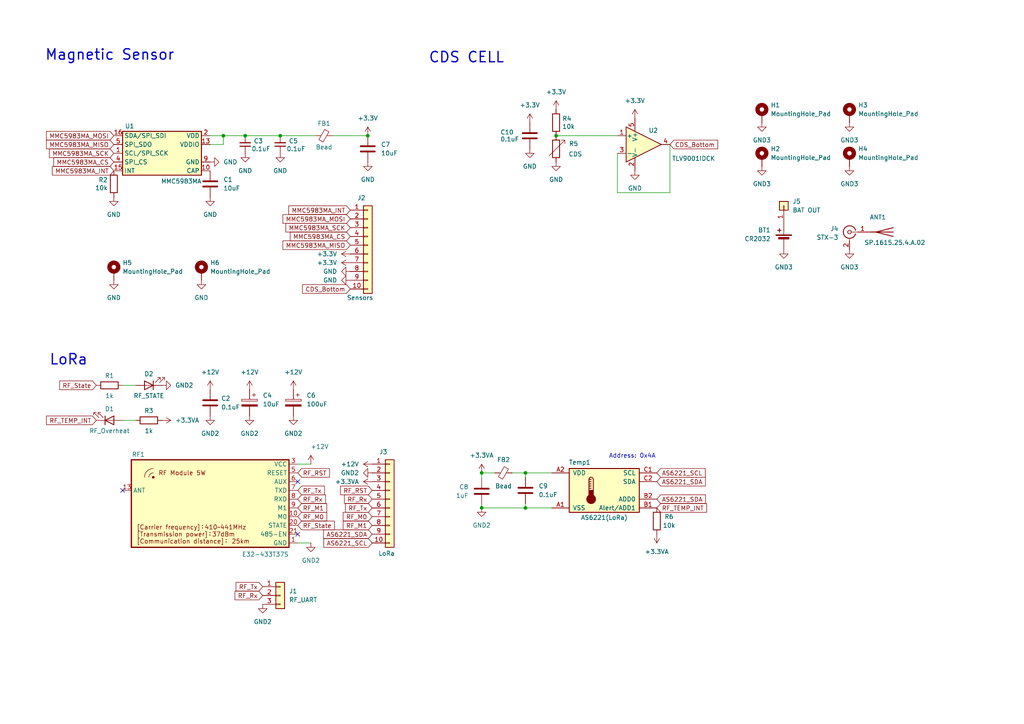
<source format=kicad_sch>
(kicad_sch (version 20250114) (generator "eeschema") (generator_version "9.0")
  (paper "A4")
  (title_block (title "Additional parts") (date "2025-07-06") (rev "1.0") (company "Robotics"))
  (lib_symbols
    (symbol "AS6221_1" (pin_names (offset 1.016))
      (property "Reference" "Temp" (at -7.62 7.62 0))
      (property "Value" "AS6221" (at 0.254 -7.62 0))
      (symbol "AS6221_1_0_1"
        (polyline (pts (xy -4.445 3.175) (xy -4.445 0)) (stroke (width 0.254)))
        (polyline (pts (xy -4.445 3.175) (xy -3.81 3.175)) (stroke (width 0.254)))
        (polyline (pts (xy -4.445 2.54) (xy -3.81 2.54)) (stroke (width 0.254)))
        (polyline (pts (xy -4.445 1.905) (xy -3.81 1.905)) (stroke (width 0.254)))
        (polyline (pts (xy -4.445 1.27) (xy -3.81 1.27)) (stroke (width 0.254)))
        (polyline (pts (xy -4.445 0.635) (xy -3.81 0.635)) (stroke (width 0.254)))
        (arc (start -4.445 3.175) (mid -3.81 3.8073) (end -3.175 3.175) (stroke (width 0.254)))
        (circle (center -3.81 -2.54) (radius 1.27) (stroke (width 0.254)) (fill (type outline)))
        (polyline (pts (xy -3.175 3.175) (xy -3.175 0)) (stroke (width 0.254)))
        (rectangle (start -3.175 -1.905) (end -4.445 0) (stroke (width 0.254)) (fill (type outline)))
      )
      (symbol "AS6221_1_1_1"
        (rectangle (start -10.16 6.35) (end 10.16 -6.35) (stroke (width 0.3)) (fill (type background)))
        (pin power_in line (at -15.24 5.08 0) (length 5.08) (name "VDD") (number "A2"))
        (pin power_in line (at -15.24 -5.08 0) (length 5.08) (name "VSS") (number "A1"))
        (pin input line (at 15.24 5.08 180) (length 5.08) (name "SCL") (number "C1"))
        (pin input line (at 15.24 2.54 180) (length 5.08) (name "SDA") (number "C2"))
        (pin input line (at 15.24 -2.54 180) (length 5.08) (name "ADD0") (number "B2"))
        (pin input line (at 15.24 -5.08 180) (length 5.08) (name "Alert/ADD1") (number "B1"))
      )
    )
    (symbol "Amplifier_Operational:TLV9001IDCK" (pin_names (offset 0.127))
      (property "Reference" "U" (at 7.62 2.54 0))
      (property "Value" "TLV9001IDCK" (at 11.43 -2.54 0))
      (symbol "TLV9001IDCK_0_1"
        (polyline (pts (xy -2.54 5.08) (xy -2.54 -5.08) (xy 7.62 0) (xy -2.54 5.08)) (stroke (width 0.254)) (fill (type background)))
      )
      (symbol "TLV9001IDCK_1_1"
        (pin input line (at -5.08 2.54 0) (length 2.54) (name "+") (number "1"))
        (pin input line (at -5.08 -2.54 0) (length 2.54) (name "-") (number "3"))
        (pin power_in line (at 0 7.62 270) (length 3.81) (name "V+") (number "5"))
        (pin power_in line (at 0 -7.62 90) (length 3.81) (name "V-") (number "2"))
        (pin output line (at 10.16 0 180) (length 2.54) (name "~") (number "4"))
      )
    )
    (symbol "Connector:Conn_Coaxial" (pin_names (offset 1.016) (hide yes))
      (property "Reference" "J" (at 0.254 3.048 0))
      (property "Value" "Conn_Coaxial" (at 2.921 0 90))
      (symbol "Conn_Coaxial_0_1"
        (polyline (pts (xy -2.54 0) (xy -0.508 0)))
        (arc (start 1.778 0) (mid 0.222 -1.8079) (end -1.778 -0.508) (stroke (width 0.254)))
        (arc (start -1.778 0.508) (mid 0.2221 1.8084) (end 1.778 0) (stroke (width 0.254)))
        (circle (center 0 0) (radius 0.508) (stroke (width 0.2032)))
        (polyline (pts (xy 0 -2.54) (xy 0 -1.778)))
      )
      (symbol "Conn_Coaxial_1_1"
        (pin passive line (at -5.08 0 0) (length 2.54) (name "In") (number "1"))
        (pin passive line (at 0 -5.08 90) (length 2.54) (name "Ext") (number "2"))
      )
    )
    (symbol "Connector_Generic:Conn_01x01" (pin_names (offset 1.016) (hide yes))
      (property "Reference" "J" (at 0 2.54 0))
      (property "Value" "Conn_01x01" (at 0 -2.54 0))
      (symbol "Conn_01x01_1_1"
        (rectangle (start -1.27 1.27) (end 1.27 -1.27) (stroke (width 0.254)) (fill (type background)))
        (rectangle (start -1.27 0.127) (end 0 -0.127) (stroke (width 0.1524)))
        (pin passive line (at -5.08 0 0) (length 3.81) (name "Pin_1") (number "1"))
      )
    )
    (symbol "Connector_Generic:Conn_01x03" (pin_names (offset 1.016) (hide yes))
      (property "Reference" "J" (at 0 5.08 0))
      (property "Value" "Conn_01x03" (at 0 -5.08 0))
      (symbol "Conn_01x03_1_1"
        (rectangle (start -1.27 3.81) (end 1.27 -3.81) (stroke (width 0.254)) (fill (type background)))
        (rectangle (start -1.27 2.667) (end 0 2.413) (stroke (width 0.1524)))
        (rectangle (start -1.27 0.127) (end 0 -0.127) (stroke (width 0.1524)))
        (rectangle (start -1.27 -2.413) (end 0 -2.667) (stroke (width 0.1524)))
        (pin passive line (at -5.08 2.54 0) (length 3.81) (name "Pin_1") (number "1"))
        (pin passive line (at -5.08 0 0) (length 3.81) (name "Pin_2") (number "2"))
        (pin passive line (at -5.08 -2.54 0) (length 3.81) (name "Pin_3") (number "3"))
      )
    )
    (symbol "Connector_Generic:Conn_01x10" (pin_names (offset 1.016) (hide yes))
      (property "Reference" "J" (at 0 12.7 0))
      (property "Value" "Conn_01x10" (at 0 -15.24 0))
      (symbol "Conn_01x10_1_1"
        (rectangle (start -1.27 11.43) (end 1.27 -13.97) (stroke (width 0.254)) (fill (type background)))
        (rectangle (start -1.27 10.287) (end 0 10.033) (stroke (width 0.1524)))
        (rectangle (start -1.27 7.747) (end 0 7.493) (stroke (width 0.1524)))
        (rectangle (start -1.27 5.207) (end 0 4.953) (stroke (width 0.1524)))
        (rectangle (start -1.27 2.667) (end 0 2.413) (stroke (width 0.1524)))
        (rectangle (start -1.27 0.127) (end 0 -0.127) (stroke (width 0.1524)))
        (rectangle (start -1.27 -2.413) (end 0 -2.667) (stroke (width 0.1524)))
        (rectangle (start -1.27 -4.953) (end 0 -5.207) (stroke (width 0.1524)))
        (rectangle (start -1.27 -7.493) (end 0 -7.747) (stroke (width 0.1524)))
        (rectangle (start -1.27 -10.033) (end 0 -10.287) (stroke (width 0.1524)))
        (rectangle (start -1.27 -12.573) (end 0 -12.827) (stroke (width 0.1524)))
        (pin passive line (at -5.08 10.16 0) (length 3.81) (name "Pin_1") (number "1"))
        (pin passive line (at -5.08 7.62 0) (length 3.81) (name "Pin_2") (number "2"))
        (pin passive line (at -5.08 5.08 0) (length 3.81) (name "Pin_3") (number "3"))
        (pin passive line (at -5.08 2.54 0) (length 3.81) (name "Pin_4") (number "4"))
        (pin passive line (at -5.08 0 0) (length 3.81) (name "Pin_5") (number "5"))
        (pin passive line (at -5.08 -2.54 0) (length 3.81) (name "Pin_6") (number "6"))
        (pin passive line (at -5.08 -5.08 0) (length 3.81) (name "Pin_7") (number "7"))
        (pin passive line (at -5.08 -7.62 0) (length 3.81) (name "Pin_8") (number "8"))
        (pin passive line (at -5.08 -10.16 0) (length 3.81) (name "Pin_9") (number "9"))
        (pin passive line (at -5.08 -12.7 0) (length 3.81) (name "Pin_10") (number "10"))
      )
    )
    (symbol "Device:Antenna" (pin_numbers (hide yes)) (pin_names (offset 1.016) (hide yes))
      (property "Reference" "AE" (at -1.905 1.905 0))
      (property "Value" "Antenna" (at -1.905 0 0))
      (symbol "Antenna_0_1"
        (polyline (pts (xy 0 2.54) (xy 0 -3.81)) (stroke (width 0.254)))
        (polyline (pts (xy 1.27 2.54) (xy 0 -2.54) (xy -1.27 2.54)) (stroke (width 0.254)))
      )
      (symbol "Antenna_1_1"
        (pin input line (at 0 -5.08 90) (length 2.54) (name "A") (number "1"))
      )
    )
    (symbol "Device:Battery_Cell" (pin_numbers (hide yes)) (pin_names (offset 0) (hide yes))
      (property "Reference" "BT" (at 2.54 2.54 0))
      (property "Value" "Battery_Cell" (at 2.54 0 0))
      (symbol "Battery_Cell_0_1"
        (rectangle (start -2.286 1.778) (end 2.286 1.524) (fill (type outline)))
        (rectangle (start -1.524 1.016) (end 1.524 0.508) (fill (type outline)))
        (polyline (pts (xy 0 1.778) (xy 0 2.54)))
        (polyline (pts (xy 0 0.762) (xy 0 0)))
        (polyline (pts (xy 0.762 3.048) (xy 1.778 3.048)) (stroke (width 0.254)))
        (polyline (pts (xy 1.27 3.556) (xy 1.27 2.54)) (stroke (width 0.254)))
      )
      (symbol "Battery_Cell_1_1"
        (pin passive line (at 0 5.08 270) (length 2.54) (name "+") (number "1"))
        (pin passive line (at 0 -2.54 90) (length 2.54) (name "-") (number "2"))
      )
    )
    (symbol "Device:C" (pin_numbers (hide yes)) (pin_names (offset 0.254))
      (property "Reference" "C" (at 0.635 2.54 0))
      (property "Value" "C" (at 0.635 -2.54 0))
      (symbol "C_0_1"
        (polyline (pts (xy -2.032 0.762) (xy 2.032 0.762)) (stroke (width 0.508)))
        (polyline (pts (xy -2.032 -0.762) (xy 2.032 -0.762)) (stroke (width 0.508)))
      )
      (symbol "C_1_1"
        (pin passive line (at 0 3.81 270) (length 2.794) (name "~") (number "1"))
        (pin passive line (at 0 -3.81 90) (length 2.794) (name "~") (number "2"))
      )
    )
    (symbol "Device:C_Polarized" (pin_numbers (hide yes)) (pin_names (offset 0.254))
      (property "Reference" "C" (at 0.635 2.54 0))
      (property "Value" "C_Polarized" (at 0.635 -2.54 0))
      (symbol "C_Polarized_0_1"
        (rectangle (start -2.286 0.508) (end 2.286 1.016))
        (polyline (pts (xy -1.778 2.286) (xy -0.762 2.286)))
        (polyline (pts (xy -1.27 2.794) (xy -1.27 1.778)))
        (rectangle (start 2.286 -0.508) (end -2.286 -1.016) (fill (type outline)))
      )
      (symbol "C_Polarized_1_1"
        (pin passive line (at 0 3.81 270) (length 2.794) (name "~") (number "1"))
        (pin passive line (at 0 -3.81 90) (length 2.794) (name "~") (number "2"))
      )
    )
    (symbol "Device:C_Small" (pin_numbers (hide yes)) (pin_names (offset 0.254) (hide yes))
      (property "Reference" "C" (at 0.254 1.778 0))
      (property "Value" "C_Small" (at 0.254 -2.032 0))
      (symbol "C_Small_0_1"
        (polyline (pts (xy -1.524 0.508) (xy 1.524 0.508)) (stroke (width 0.3048)))
        (polyline (pts (xy -1.524 -0.508) (xy 1.524 -0.508)) (stroke (width 0.3302)))
      )
      (symbol "C_Small_1_1"
        (pin passive line (at 0 2.54 270) (length 2.032) (name "~") (number "1"))
        (pin passive line (at 0 -2.54 90) (length 2.032) (name "~") (number "2"))
      )
    )
    (symbol "Device:FerriteBead_Small" (pin_numbers (hide yes)) (pin_names (offset 0))
      (property "Reference" "FB" (at 1.905 1.27 0))
      (property "Value" "FerriteBead_Small" (at 1.905 -1.27 0))
      (symbol "FerriteBead_Small_0_1"
        (polyline (pts (xy -1.8288 0.2794) (xy -1.1176 1.4986) (xy 1.8288 -0.2032) (xy 1.1176 -1.4224) (xy -1.8288 0.2794)))
        (polyline (pts (xy 0 0.889) (xy 0 1.2954)))
        (polyline (pts (xy 0 -1.27) (xy 0 -0.7874)))
      )
      (symbol "FerriteBead_Small_1_1"
        (pin passive line (at 0 2.54 270) (length 1.27) (name "~") (number "1"))
        (pin passive line (at 0 -2.54 90) (length 1.27) (name "~") (number "2"))
      )
    )
    (symbol "Device:LED" (pin_numbers (hide yes)) (pin_names (offset 1.016) (hide yes))
      (property "Reference" "D" (at 0 2.54 0))
      (property "Value" "LED" (at 0 -2.54 0))
      (symbol "LED_0_1"
        (polyline (pts (xy -3.048 -0.762) (xy -4.572 -2.286) (xy -3.81 -2.286) (xy -4.572 -2.286) (xy -4.572 -1.524)))
        (polyline (pts (xy -1.778 -0.762) (xy -3.302 -2.286) (xy -2.54 -2.286) (xy -3.302 -2.286) (xy -3.302 -1.524)))
        (polyline (pts (xy -1.27 0) (xy 1.27 0)))
        (polyline (pts (xy -1.27 -1.27) (xy -1.27 1.27)) (stroke (width 0.254)))
        (polyline (pts (xy 1.27 -1.27) (xy 1.27 1.27) (xy -1.27 0) (xy 1.27 -1.27)) (stroke (width 0.254)))
      )
      (symbol "LED_1_1"
        (pin passive line (at -3.81 0 0) (length 2.54) (name "K") (number "1"))
        (pin passive line (at 3.81 0 180) (length 2.54) (name "A") (number "2"))
      )
    )
    (symbol "Device:R" (pin_numbers (hide yes)) (pin_names (offset 0))
      (property "Reference" "R" (at 2.032 0 90))
      (property "Value" "R" (at 0 0 90))
      (symbol "R_0_1"
        (rectangle (start -1.016 -2.54) (end 1.016 2.54) (stroke (width 0.254)))
      )
      (symbol "R_1_1"
        (pin passive line (at 0 3.81 270) (length 1.27) (name "~") (number "1"))
        (pin passive line (at 0 -3.81 90) (length 1.27) (name "~") (number "2"))
      )
    )
    (symbol "Device:R_Variable" (pin_numbers (hide yes)) (pin_names (offset 0))
      (property "Reference" "R" (at 2.54 -2.54 90))
      (property "Value" "R_Variable" (at -2.54 -1.27 90))
      (symbol "R_Variable_0_1"
        (rectangle (start -1.016 -2.54) (end 1.016 2.54) (stroke (width 0.254)))
        (polyline (pts (xy 2.54 1.524) (xy 2.54 2.54) (xy 1.524 2.54) (xy 2.54 2.54) (xy -2.032 -2.032)))
      )
      (symbol "R_Variable_1_1"
        (pin passive line (at 0 3.81 270) (length 1.27) (name "~") (number "1"))
        (pin passive line (at 0 -3.81 90) (length 1.27) (name "~") (number "2"))
      )
    )
    (symbol "MY_RF:E32-433T37S"
      (property "Reference" "RF" (at -46.99 17.78 0))
      (property "Value" "E32-433T37S" (at -9.652 -10.668 0))
      (symbol "E32-433T37S_1_1"
        (rectangle (start -48.26 16.51) (end -2.54 -8.89) (stroke (width 0.381)) (fill (type background)))
        (arc (start -44.45 11.43) (mid -43.7061 13.2261) (end -41.91 13.97))
        (circle (center -41.91 11.43) (radius 0.0001) (stroke (width 0.381)))
        (arc (start -43.18 11.43) (mid -42.808 12.328) (end -41.91 12.7))
        (text "[Carrier frequency]：410~441MHz\n[Transmission power]：37dBm\n[Communication distance]： 25km" (at -46.736 -5.08 0) (effects (font (size 1.27 1.27)) (justify left)))
        (text "RF Module 5W" (at -33.528 12.7 0) (effects (font (size 1.27 1.27))))
        (pin input line (at -50.8 7.62 0) (length 2.54) (name "ANT") (number "13"))
        (pin no_connect line (at -45.72 -11.43 90) (length 2.54) (hide yes) (name "NC") (number "22"))
        (pin no_connect line (at -43.18 -11.43 90) (length 2.54) (hide yes) (name "NC") (number "23"))
        (pin no_connect line (at -40.64 -11.43 90) (length 2.54) (hide yes) (name "NC") (number "24"))
        (pin no_connect line (at -30.48 -11.43 90) (length 2.54) (hide yes) (name "3.3V") (number "28"))
        (pin no_connect line (at -27.94 -11.43 90) (length 2.54) (hide yes) (name "SWDIO") (number "25"))
        (pin no_connect line (at -25.4 -11.43 90) (length 2.54) (hide yes) (name "SWCLK") (number "26"))
        (pin input line (at 0 15.24 180) (length 2.54) (name "VCC") (number "3"))
        (pin input line (at 0 15.24 180) (length 2.54) (hide yes) (name "VCC") (number "4"))
        (pin input line (at 0 12.7 180) (length 2.54) (name "RESET") (number "5"))
        (pin input line (at 0 10.16 180) (length 2.54) (name "AUX") (number "6"))
        (pin input line (at 0 7.62 180) (length 2.54) (name "TXD") (number "7"))
        (pin input line (at 0 5.08 180) (length 2.54) (name "RXD") (number "8"))
        (pin input line (at 0 2.54 180) (length 2.54) (name "M1") (number "9"))
        (pin input line (at 0 0 180) (length 2.54) (name "M0") (number "10"))
        (pin input line (at 0 -2.54 180) (length 2.54) (name "STATE") (number "20"))
        (pin input line (at 0 -5.08 180) (length 2.54) (name "485-EN") (number "21"))
        (pin input line (at 0 -7.62 180) (length 2.54) (name "GND") (number "1"))
        (pin input line (at 0 -7.62 180) (length 2.54) (hide yes) (name "GND") (number "11"))
        (pin input line (at 0 -7.62 180) (length 2.54) (hide yes) (name "GND") (number "12"))
        (pin input line (at 0 -7.62 180) (length 2.54) (hide yes) (name "GND") (number "14"))
        (pin input line (at 0 -7.62 180) (length 2.54) (hide yes) (name "GND") (number "15"))
        (pin input line (at 0 -7.62 180) (length 2.54) (hide yes) (name "GND") (number "16"))
        (pin input line (at 0 -7.62 180) (length 2.54) (hide yes) (name "GND") (number "17"))
        (pin input line (at 0 -7.62 180) (length 2.54) (hide yes) (name "GND") (number "18"))
        (pin input line (at 0 -7.62 180) (length 2.54) (hide yes) (name "GND") (number "19"))
        (pin input line (at 0 -7.62 180) (length 2.54) (hide yes) (name "GND") (number "2"))
        (pin input line (at 0 -7.62 180) (length 2.54) (hide yes) (name "GND") (number "27"))
      )
    )
    (symbol "MY_Sensor:MMC5983MA"
      (property "Reference" "U" (at 3.556 2.794 0))
      (property "Value" "MMC5983MA" (at 19.558 -12.954 0))
      (symbol "MMC5983MA_1_1"
        (rectangle (start 2.54 1.27) (end 25.4 -11.43) (stroke (width 0.3)) (fill (type background)))
        (pin input line (at -13.97 -13.97 0) (length 2.54) (hide yes) (name "N.C") (number "3"))
        (pin input line (at -13.97 -16.51 0) (length 2.54) (hide yes) (name "N.C") (number "6"))
        (pin input line (at -13.97 -19.05 0) (length 2.54) (hide yes) (name "N.C") (number "7"))
        (pin input line (at -13.97 -21.59 0) (length 2.54) (hide yes) (name "N.C") (number "8"))
        (pin input line (at -13.97 -24.13 0) (length 2.54) (hide yes) (name "N.C") (number "12"))
        (pin input line (at -13.97 -26.67 0) (length 2.54) (hide yes) (name "N.C") (number "14"))
        (pin input line (at 0 0 0) (length 2.54) (name "SDA/SPI_SDI") (number "16"))
        (pin input line (at 0 -2.54 0) (length 2.54) (name "SPI_SDO") (number "5"))
        (pin input line (at 0 -5.08 0) (length 2.54) (name "SCL/SPI_SCK") (number "1"))
        (pin input line (at 0 -7.62 0) (length 2.54) (name "SPI_CS") (number "4"))
        (pin input line (at 0 -10.16 0) (length 2.54) (name "INT") (number "15"))
        (pin input line (at 27.94 0 180) (length 2.54) (name "VDD") (number "2"))
        (pin input line (at 27.94 -2.54 180) (length 2.54) (name "VDDIO") (number "13"))
        (pin input line (at 27.94 -7.62 180) (length 2.54) (hide yes) (name "GND") (number "11"))
        (pin input line (at 27.94 -7.62 180) (length 2.54) (name "GND") (number "9"))
        (pin input line (at 27.94 -10.16 180) (length 2.54) (name "CAP") (number "10"))
      )
    )
    (symbol "Mechanical:MountingHole_Pad" (pin_numbers (hide yes)) (pin_names (offset 1.016) (hide yes)) (exclude_from_sim yes) (in_bom no)
      (property "Reference" "H" (at 0 6.35 0))
      (property "Value" "MountingHole_Pad" (at 0 4.445 0))
      (symbol "MountingHole_Pad_0_1"
        (circle (center 0 1.27) (radius 1.27) (stroke (width 1.27)))
      )
      (symbol "MountingHole_Pad_1_1"
        (pin input line (at 0 -2.54 90) (length 2.54) (name "1") (number "1"))
      )
    )
    (symbol "power:+12V" (power) (pin_numbers (hide yes)) (pin_names (offset 0) (hide yes))
      (property "Value" "+12V" (at 0 3.556 0))
      (symbol "+12V_0_1"
        (polyline (pts (xy -0.762 1.27) (xy 0 2.54)))
        (polyline (pts (xy 0 2.54) (xy 0.762 1.27)))
        (polyline (pts (xy 0 0) (xy 0 2.54)))
      )
      (symbol "+12V_1_1"
        (pin power_in line (at 0 0 90) (length 0) (name "~") (number "1"))
      )
    )
    (symbol "power:+3.3V" (power) (pin_numbers (hide yes)) (pin_names (offset 0) (hide yes))
      (property "Value" "+3.3V" (at 0 3.556 0))
      (symbol "+3.3V_0_1"
        (polyline (pts (xy -0.762 1.27) (xy 0 2.54)))
        (polyline (pts (xy 0 2.54) (xy 0.762 1.27)))
        (polyline (pts (xy 0 0) (xy 0 2.54)))
      )
      (symbol "+3.3V_1_1"
        (pin power_in line (at 0 0 90) (length 0) (name "~") (number "1"))
      )
    )
    (symbol "power:+3.3VA" (power) (pin_numbers (hide yes)) (pin_names (offset 0) (hide yes))
      (property "Value" "+3.3VA" (at 0 3.556 0))
      (symbol "+3.3VA_0_1"
        (polyline (pts (xy -0.762 1.27) (xy 0 2.54)))
        (polyline (pts (xy 0 2.54) (xy 0.762 1.27)))
        (polyline (pts (xy 0 0) (xy 0 2.54)))
      )
      (symbol "+3.3VA_1_1"
        (pin power_in line (at 0 0 90) (length 0) (name "~") (number "1"))
      )
    )
    (symbol "power:GND" (power) (pin_numbers (hide yes)) (pin_names (offset 0) (hide yes))
      (property "Value" "GND" (at 0 -3.81 0))
      (symbol "GND_0_1"
        (polyline (pts (xy 0 0) (xy 0 -1.27) (xy 1.27 -1.27) (xy 0 -2.54) (xy -1.27 -1.27) (xy 0 -1.27)))
      )
      (symbol "GND_1_1"
        (pin power_in line (at 0 0 270) (length 0) (name "~") (number "1"))
      )
    )
    (symbol "power:GND2" (power) (pin_numbers (hide yes)) (pin_names (offset 0) (hide yes))
      (property "Value" "GND2" (at 0 -3.81 0))
      (symbol "GND2_0_1"
        (polyline (pts (xy 0 0) (xy 0 -1.27) (xy 1.27 -1.27) (xy 0 -2.54) (xy -1.27 -1.27) (xy 0 -1.27)))
      )
      (symbol "GND2_1_1"
        (pin power_in line (at 0 0 270) (length 0) (name "~") (number "1"))
      )
    )
    (symbol "power:GND3" (power) (pin_numbers (hide yes)) (pin_names (offset 0) (hide yes))
      (property "Value" "GND3" (at 0 -3.81 0))
      (symbol "GND3_0_1"
        (polyline (pts (xy 0 0) (xy 0 -1.27) (xy 1.27 -1.27) (xy 0 -2.54) (xy -1.27 -1.27) (xy 0 -1.27)))
      )
      (symbol "GND3_1_1"
        (pin power_in line (at 0 0 270) (length 0) (name "~") (number "1"))
      )
    )
  )
  (text "Address: 0x4A" (at 183.388 132.334 0) (effects (font (size 1.27 1.27))))
  (text "LoRa" (at 14.224 106.172 0) (effects (font (size 3 3) (thickness 0.375)) (justify left bottom)))
  (text "Magnetic Sensor" (at 12.954 17.78 0) (effects (font (size 3 3) (thickness 0.375)) (justify left bottom)))
  (text "CDS CELL" (at 124.206 18.542 0) (effects (font (size 3 3) (thickness 0.375)) (justify left bottom)))
  (junction (at 139.7 137.16))
  (junction (at 64.77 39.37))
  (junction (at 71.12 39.37))
  (junction (at 152.4 147.32))
  (junction (at 106.68 39.37))
  (junction (at 81.28 39.37))
  (junction (at 139.7 147.2854))
  (junction (at 152.4 137.16))
  (junction (at 161.29 39.37))
  (no_connect (at 35.56 142.24))
  (no_connect (at 86.36 139.7))
  (no_connect (at 86.36 154.94))
  (wire (pts (xy 81.28 39.37) (xy 91.44 39.37)))
  (wire (pts (xy 64.77 41.91) (xy 64.77 39.37)))
  (wire (pts (xy 60.96 39.37) (xy 64.77 39.37)))
  (wire (pts (xy 160.02 147.32) (xy 152.4 147.32)))
  (wire (pts (xy 90.17 134.62) (xy 86.36 134.62)))
  (wire (pts (xy 152.4 137.16) (xy 152.4 138.43)))
  (wire (pts (xy 152.4 147.32) (xy 152.4 146.05)))
  (wire (pts (xy 179.07 55.88) (xy 194.31 55.88)))
  (wire (pts (xy 139.7 146.304) (xy 139.7 147.2854)))
  (wire (pts (xy 179.07 44.45) (xy 179.07 55.88)))
  (wire (pts (xy 60.96 41.91) (xy 64.77 41.91)))
  (wire (pts (xy 64.77 39.37) (xy 71.12 39.37)))
  (wire (pts (xy 160.02 137.16) (xy 152.4 137.16)))
  (wire (pts (xy 139.7 137.16) (xy 143.51 137.16)))
  (wire (pts (xy 86.36 157.48) (xy 90.17 157.48)))
  (wire (pts (xy 71.12 39.37) (xy 81.28 39.37)))
  (wire (pts (xy 35.56 121.92) (xy 39.37 121.92)))
  (wire (pts (xy 161.29 39.37) (xy 179.07 39.37)))
  (wire (pts (xy 139.7 147.32) (xy 152.4 147.32)))
  (wire (pts (xy 139.7 138.684) (xy 139.7 137.16)))
  (wire (pts (xy 194.31 55.88) (xy 194.31 41.91)))
  (wire (pts (xy 96.52 39.37) (xy 106.68 39.37)))
  (wire (pts (xy 39.37 111.76) (xy 35.56 111.76)))
  (wire (pts (xy 148.59 137.16) (xy 152.4 137.16)))
  (wire (pts (xy 139.7 147.2854) (xy 139.7 147.32)))
  (global_label "MMC5983MA_CS" (shape input) (at 101.6 68.58 180) (property "Intersheetrefs" "${INTERSHEET_REFS}" (effects (hide yes))))
  (global_label "RF_RST" (shape input) (at 107.95 142.24 180) (property "Intersheetrefs" "${INTERSHEET_REFS}" (effects (hide yes))))
  (global_label "RF_M0" (shape input) (at 86.36 149.86 0) (property "Intersheetrefs" "${INTERSHEET_REFS}" (effects (hide yes))))
  (global_label "MMC5983MA_INT" (shape input) (at 33.02 49.53 180) (property "Intersheetrefs" "${INTERSHEET_REFS}" (effects (hide yes))))
  (global_label "AS6221_SCL" (shape input) (at 190.5 137.16 0) (property "Intersheetrefs" "${INTERSHEET_REFS}" (effects (hide yes))))
  (global_label "MMC5983MA_MISO" (shape input) (at 33.02 41.91 180) (property "Intersheetrefs" "${INTERSHEET_REFS}" (effects (hide yes))))
  (global_label "RF_Rx" (shape input) (at 86.36 144.78 0) (property "Intersheetrefs" "${INTERSHEET_REFS}" (effects (hide yes))))
  (global_label "MMC5983MA_MOSI" (shape input) (at 33.02 39.37 180) (property "Intersheetrefs" "${INTERSHEET_REFS}" (effects (hide yes))))
  (global_label "RF_M1" (shape input) (at 86.36 147.32 0) (property "Intersheetrefs" "${INTERSHEET_REFS}" (effects (hide yes))))
  (global_label "MMC5983MA_SCK" (shape input) (at 33.02 44.45 180) (property "Intersheetrefs" "${INTERSHEET_REFS}" (effects (hide yes))))
  (global_label "RF_Rx" (shape input) (at 76.2 172.72 180) (property "Intersheetrefs" "${INTERSHEET_REFS}" (effects (hide yes))))
  (global_label "MMC5983MA_CS" (shape input) (at 33.02 46.99 180) (property "Intersheetrefs" "${INTERSHEET_REFS}" (effects (hide yes))))
  (global_label "RF_Tx" (shape input) (at 86.36 142.24 0) (property "Intersheetrefs" "${INTERSHEET_REFS}" (effects (hide yes))))
  (global_label "RF_Tx" (shape input) (at 76.2 170.18 180) (property "Intersheetrefs" "${INTERSHEET_REFS}" (effects (hide yes))))
  (global_label "RF_TEMP_INT" (shape input) (at 27.94 121.92 180) (property "Intersheetrefs" "${INTERSHEET_REFS}" (effects (hide yes))))
  (global_label "AS6221_SDA" (shape input) (at 190.5 139.7 0) (property "Intersheetrefs" "${INTERSHEET_REFS}" (effects (hide yes))))
  (global_label "MMC5983MA_MOSI" (shape input) (at 101.6 63.5 180) (property "Intersheetrefs" "${INTERSHEET_REFS}" (effects (hide yes))))
  (global_label "CDS_Bottom" (shape input) (at 194.31 41.91 0) (property "Intersheetrefs" "${INTERSHEET_REFS}" (effects (hide yes))))
  (global_label "RF_TEMP_INT" (shape input) (at 190.5 147.32 0) (property "Intersheetrefs" "${INTERSHEET_REFS}" (effects (hide yes))))
  (global_label "AS6221_SCL" (shape input) (at 107.95 157.48 180) (property "Intersheetrefs" "${INTERSHEET_REFS}" (effects (hide yes))))
  (global_label "AS6221_SDA" (shape input) (at 107.95 154.94 180) (property "Intersheetrefs" "${INTERSHEET_REFS}" (effects (hide yes))))
  (global_label "AS6221_SDA" (shape input) (at 190.5 144.78 0) (property "Intersheetrefs" "${INTERSHEET_REFS}" (effects (hide yes))))
  (global_label "RF_State" (shape input) (at 86.36 152.4 0) (property "Intersheetrefs" "${INTERSHEET_REFS}" (effects (hide yes))))
  (global_label "RF_Tx" (shape input) (at 107.95 147.32 180) (property "Intersheetrefs" "${INTERSHEET_REFS}" (effects (hide yes))))
  (global_label "CDS_Bottom" (shape input) (at 101.6 83.82 180) (property "Intersheetrefs" "${INTERSHEET_REFS}" (effects (hide yes))))
  (global_label "RF_M0" (shape input) (at 107.95 149.86 180) (property "Intersheetrefs" "${INTERSHEET_REFS}" (effects (hide yes))))
  (global_label "RF_RST" (shape input) (at 86.36 137.16 0) (property "Intersheetrefs" "${INTERSHEET_REFS}" (effects (hide yes))))
  (global_label "MMC5983MA_MISO" (shape input) (at 101.6 71.12 180) (property "Intersheetrefs" "${INTERSHEET_REFS}" (effects (hide yes))))
  (global_label "MMC5983MA_SCK" (shape input) (at 101.6 66.04 180) (property "Intersheetrefs" "${INTERSHEET_REFS}" (effects (hide yes))))
  (global_label "RF_M1" (shape input) (at 107.95 152.4 180) (property "Intersheetrefs" "${INTERSHEET_REFS}" (effects (hide yes))))
  (global_label "RF_State" (shape input) (at 27.94 111.76 180) (property "Intersheetrefs" "${INTERSHEET_REFS}" (effects (hide yes))))
  (global_label "RF_Rx" (shape input) (at 107.95 144.78 180) (property "Intersheetrefs" "${INTERSHEET_REFS}" (effects (hide yes))))
  (global_label "MMC5983MA_INT" (shape input) (at 101.6 60.96 180) (property "Intersheetrefs" "${INTERSHEET_REFS}" (effects (hide yes))))
  (symbol (lib_id "Mechanical:MountingHole_Pad") (at 33.02 78.74 0) (unit 1) (exclude_from_sim yes) (in_bom no)
    (property "Reference" "H5" (at 35.56 76.1999 0) (effects (justify left)))
    (property "Value" "MountingHole_Pad" (at 35.56 78.7399 0) (effects (justify left)))
    (property "Footprint" "MountingHole:MountingHole_2.7mm_M2.5_Pad_Via" (effects (hide yes)))
    (property "Description" "Mounting Hole with connection" (effects (hide yes)))
  )
  (symbol (lib_id "Device:R") (at 33.02 53.34 0) (mirror y) (unit 1)
    (property "Reference" "R2" (at 31.242 52.1716 0) (effects (justify left)))
    (property "Value" "10k" (at 31.242 54.483 0) (effects (justify left)))
    (property "Footprint" "Resistor_SMD:R_0603_1608Metric" (effects (hide yes)))
  )
  (symbol (lib_id "power:GND") (at 60.96 57.15 0) (unit 1)
    (property "Reference" "#PWR05" (effects (hide yes)))
    (property "Value" "GND" (at 60.96 62.23 0))
    (property "Description" "Power symbol creates a global label with name \"GND\" , ground" (effects (hide yes)))
  )
  (symbol (lib_id "power:+12V") (at 72.39 113.03 0) (unit 1)
    (property "Reference" "#PWR09" (effects (hide yes)))
    (property "Value" "+12V" (at 72.39 107.95 0))
    (property "Description" "Power symbol creates a global label with name \"+12V\"" (effects (hide yes)))
  )
  (symbol (lib_id "Connector_Generic:Conn_01x10") (at 106.68 71.12 0) (unit 1)
    (property "Reference" "J2" (at 103.632 57.404 0) (effects (justify left)))
    (property "Value" "Sensors" (at 100.584 86.36 0) (effects (justify left)))
    (property "Footprint" "PCB:SAMTEC_T1M-10-F-SH-L-K" (effects (hide yes)))
    (property "Description" "Generic connector, single row, 01x10, script generated (kicad-library-utils/schlib/autogen/connector/)" (effects (hide yes)))
  )
  (symbol (lib_id "power:GND3") (at 246.38 48.26 0) (unit 1)
    (property "Reference" "#PWR035" (effects (hide yes)))
    (property "Value" "GND3" (at 246.38 53.34 0))
    (property "Description" "Power symbol creates a global label with name \"GND3\" , ground" (effects (hide yes)))
  )
  (symbol (lib_id "Device:C_Small") (at 81.28 41.91 180) (unit 1)
    (property "Reference" "C5" (at 85.09 40.894 0))
    (property "Value" "0.1uF" (at 85.852 43.18 0))
    (property "Footprint" "Capacitor_SMD:C_0603_1608Metric" (effects (hide yes)))
  )
  (symbol (lib_id "Amplifier_Operational:TLV9001IDCK") (at 184.15 41.91 0) (unit 1)
    (property "Reference" "U2" (at 189.484 37.846 0))
    (property "Value" "TLV9001IDCK" (at 201.168 45.974 0))
    (property "Footprint" "Package_TO_SOT_SMD:SOT-353_SC-70-5" (effects (hide yes)))
    (property "Datasheet" "https://www.ti.com/lit/ds/symlink/tlv9001.pdf" (effects (hide yes)))
    (property "Description" "Low-power, Rail-to-Rail, 1MHz Operational Amplifier, SOT-353" (effects (hide yes)))
  )
  (symbol (lib_id "Device:FerriteBead_Small") (at 146.05 137.16 90) (unit 1)
    (property "Reference" "FB2" (at 146.05 133.35 90))
    (property "Value" "Bead" (at 146.05 140.97 90))
    (property "Footprint" "Inductor_SMD:L_0603_1608Metric" (effects (hide yes)))
  )
  (symbol (lib_id "power:GND") (at 58.42 81.28 0) (unit 1)
    (property "Reference" "#PWR037" (effects (hide yes)))
    (property "Value" "GND" (at 58.42 86.36 0))
    (property "Description" "Power symbol creates a global label with name \"GND\" , ground" (effects (hide yes)))
  )
  (symbol (lib_id "power:GND2") (at 90.17 157.48 0) (unit 1)
    (property "Reference" "#PWR016" (effects (hide yes)))
    (property "Value" "GND2" (at 90.17 162.56 0))
    (property "Description" "Power symbol creates a global label with name \"GND2\" , ground" (effects (hide yes)))
  )
  (symbol (lib_id "Device:C") (at 60.96 53.34 0) (unit 1)
    (property "Reference" "C1" (at 64.77 52.0699 0) (effects (justify left)))
    (property "Value" "10uF" (at 64.77 54.6099 0) (effects (justify left)))
    (property "Footprint" "Capacitor_SMD:C_0805_2012Metric" (effects (hide yes)))
    (property "Description" "Unpolarized capacitor" (effects (hide yes)))
  )
  (symbol (lib_id "Mechanical:MountingHole_Pad") (at 246.38 45.72 0) (unit 1) (exclude_from_sim yes) (in_bom no)
    (property "Reference" "H4" (at 248.92 43.1799 0) (effects (justify left)))
    (property "Value" "MountingHole_Pad" (at 248.92 45.7199 0) (effects (justify left)))
    (property "Footprint" "MountingHole:MountingHole_2.7mm_M2.5_Pad_Via" (effects (hide yes)))
    (property "Description" "Mounting Hole with connection" (effects (hide yes)))
  )
  (symbol (lib_id "power:+3.3V") (at 101.6 76.2 90) (unit 1)
    (property "Reference" "#PWR017" (effects (hide yes)))
    (property "Value" "+3.3V" (at 97.79 76.1999 90) (effects (justify left)))
    (property "Description" "Power symbol creates a global label with name \"+3.3V\"" (effects (hide yes)))
  )
  (symbol (lib_id "MY_Sensor:MMC5983MA") (at 33.02 39.37 0) (unit 1)
    (property "Reference" "U1" (at 37.592 36.576 0))
    (property "Value" "MMC5983MA" (at 52.578 52.578 0))
    (property "Footprint" "Package_LGA:LGA-16_3x3mm_P0.5mm" (effects (hide yes)))
    (property "Datasheet" "https://www.mouser.kr/datasheet/2/821/Memsic_09102019_MMC5983MA_Datasheet_Rev_A-1635338.pdf" (effects (hide yes)))
  )
  (symbol (lib_id "Connector_Generic:Conn_01x01") (at 227.33 59.69 90) (unit 1)
    (property "Reference" "J5" (at 229.87 58.4199 90) (effects (justify right)))
    (property "Value" "BAT OUT" (at 229.87 60.9599 90) (effects (justify right)))
    (property "Footprint" "Connector_PinHeader_2.54mm:PinHeader_1x01_P2.54mm_Vertical" (effects (hide yes)))
    (property "Description" "Generic connector, single row, 01x01, script generated (kicad-library-utils/schlib/autogen/connector/)" (effects (hide yes)))
  )
  (symbol (lib_name "AS6221_1") (lib_id "AS6221:AS6221") (at 175.26 142.24 0) (unit 1)
    (property "Reference" "Temp1" (at 168.148 134.112 0))
    (property "Value" "AS6221(LoRa)" (at 175.26 150.114 0))
    (property "Footprint" "Package_CSP:WLCSP-6_1.4x1.0mm_P0.4mm" (effects (hide yes)))
  )
  (symbol (lib_id "power:GND2") (at 139.7 147.2854 0) (unit 1)
    (property "Reference" "#PWR027" (effects (hide yes)))
    (property "Value" "GND2" (at 139.7 152.3654 0))
    (property "Description" "Power symbol creates a global label with name \"GND2\" , ground" (effects (hide yes)))
  )
  (symbol (lib_id "Connector_Generic:Conn_01x10") (at 113.03 144.78 0) (unit 1)
    (property "Reference" "J3" (at 109.982 131.064 0) (effects (justify left)))
    (property "Value" "LoRa" (at 109.728 160.528 0) (effects (justify left)))
    (property "Footprint" "PCB:SAMTEC_T1M-10-F-SH-L-K" (effects (hide yes)))
    (property "Description" "Generic connector, single row, 01x10, script generated (kicad-library-utils/schlib/autogen/connector/)" (effects (hide yes)))
  )
  (symbol (lib_id "Device:Battery_Cell") (at 227.33 69.85 0) (mirror y) (unit 1)
    (property "Reference" "BT1" (at 223.52 66.7384 0) (effects (justify left)))
    (property "Value" "CR2032" (at 223.52 69.2784 0) (effects (justify left)))
    (property "Footprint" "PCB:BAT-HLD-001" (effects (hide yes)))
    (property "Description" "Single-cell battery" (effects (hide yes)))
  )
  (symbol (lib_id "power:+3.3VA") (at 190.5 154.94 180) (unit 1)
    (property "Reference" "#PWR042" (effects (hide yes)))
    (property "Value" "+3.3VA" (at 190.5 160.02 0))
    (property "Description" "Power symbol creates a global label with name \"+3.3VA\"" (effects (hide yes)))
  )
  (symbol (lib_id "Device:Antenna") (at 256.54 67.31 270) (unit 1)
    (property "Reference" "ANT1" (at 252.222 62.992 90) (effects (justify left)))
    (property "Value" "SP.1615.25.4.A.02" (at 250.698 70.358 90) (effects (justify left)))
    (property "Footprint" "PCB:SP.1615.25.4.A.02" (effects (hide yes)))
    (property "Description" "Antenna" (effects (hide yes)))
  )
  (symbol (lib_id "Mechanical:MountingHole_Pad") (at 246.38 33.02 0) (unit 1) (exclude_from_sim yes) (in_bom no)
    (property "Reference" "H3" (at 248.92 30.4799 0) (effects (justify left)))
    (property "Value" "MountingHole_Pad" (at 248.92 33.0199 0) (effects (justify left)))
    (property "Footprint" "MountingHole:MountingHole_2.7mm_M2.5_Pad_Via" (effects (hide yes)))
    (property "Description" "Mounting Hole with connection" (effects (hide yes)))
  )
  (symbol (lib_id "power:GND2") (at 60.96 120.65 0) (unit 1)
    (property "Reference" "#PWR07" (effects (hide yes)))
    (property "Value" "GND2" (at 60.96 125.73 0))
    (property "Description" "Power symbol creates a global label with name \"GND2\" , ground" (effects (hide yes)))
  )
  (symbol (lib_id "Device:R") (at 43.18 121.92 270) (mirror x) (unit 1)
    (property "Reference" "R3" (at 43.18 119.126 90))
    (property "Value" "1k" (at 43.18 124.968 90))
    (property "Footprint" "Resistor_SMD:R_0603_1608Metric" (effects (hide yes)))
    (property "Description" "Resistor" (effects (hide yes)))
  )
  (symbol (lib_id "Device:C_Polarized") (at 72.39 116.84 0) (mirror y) (unit 1)
    (property "Reference" "C4" (at 76.2 114.6809 0) (effects (justify right)))
    (property "Value" "10uF" (at 76.2 117.2209 0) (effects (justify right)))
    (property "Footprint" "Capacitor_SMD:C_0805_2012Metric" (effects (hide yes)))
    (property "Description" "Polarized capacitor" (effects (hide yes)))
  )
  (symbol (lib_id "Mechanical:MountingHole_Pad") (at 58.42 78.74 0) (unit 1) (exclude_from_sim yes) (in_bom no)
    (property "Reference" "H6" (at 60.96 76.1999 0) (effects (justify left)))
    (property "Value" "MountingHole_Pad" (at 60.96 78.7399 0) (effects (justify left)))
    (property "Footprint" "MountingHole:MountingHole_2.7mm_M2.5_Pad_Via" (effects (hide yes)))
    (property "Description" "Mounting Hole with connection" (effects (hide yes)))
  )
  (symbol (lib_id "power:GND") (at 33.02 57.15 0) (unit 1)
    (property "Reference" "#PWR01" (effects (hide yes)))
    (property "Value" "GND" (at 33.02 62.23 0))
    (property "Description" "Power symbol creates a global label with name \"GND\" , ground" (effects (hide yes)))
  )
  (symbol (lib_id "power:+3.3VA") (at 139.7 137.16 0) (unit 1)
    (property "Reference" "#PWR041" (effects (hide yes)))
    (property "Value" "+3.3VA" (at 139.7 132.08 0))
    (property "Description" "Power symbol creates a global label with name \"+3.3VA\"" (effects (hide yes)))
  )
  (symbol (lib_id "Device:C_Polarized") (at 85.09 116.84 0) (mirror y) (unit 1)
    (property "Reference" "C6" (at 88.9 114.6809 0) (effects (justify right)))
    (property "Value" "100uF" (at 88.9 117.2209 0) (effects (justify right)))
    (property "Footprint" "Capacitor_Tantalum_SMD:CP_EIA-7343-43_Kemet-X" (effects (hide yes)))
    (property "Description" "Polarized capacitor" (effects (hide yes)))
  )
  (symbol (lib_id "power:GND") (at 81.28 44.45 0) (unit 1)
    (property "Reference" "#PWR012" (effects (hide yes)))
    (property "Value" "GND" (at 81.28 49.53 0))
    (property "Description" "Power symbol creates a global label with name \"GND\" , ground" (effects (hide yes)))
  )
  (symbol (lib_id "Device:C") (at 106.68 43.18 0) (mirror y) (unit 1)
    (property "Reference" "C7" (at 110.49 41.91 0) (effects (justify right)))
    (property "Value" "10uF" (at 110.49 44.45 0) (effects (justify right)))
    (property "Footprint" "Capacitor_SMD:C_0805_2012Metric" (effects (hide yes)))
  )
  (symbol (lib_id "power:+3.3VA") (at 107.95 139.7 90) (unit 1)
    (property "Reference" "#PWR040" (effects (hide yes)))
    (property "Value" "+3.3VA" (at 104.14 139.6999 90) (effects (justify left)))
    (property "Description" "Power symbol creates a global label with name \"+3.3VA\"" (effects (hide yes)))
  )
  (symbol (lib_id "power:GND") (at 60.96 46.99 90) (unit 1)
    (property "Reference" "#PWR04" (effects (hide yes)))
    (property "Value" "GND" (at 64.77 46.9899 90) (effects (justify right)))
    (property "Description" "Power symbol creates a global label with name \"GND\" , ground" (effects (hide yes)))
  )
  (symbol (lib_id "power:+12V") (at 85.09 113.03 0) (unit 1)
    (property "Reference" "#PWR013" (effects (hide yes)))
    (property "Value" "+12V" (at 85.09 107.95 0))
    (property "Description" "Power symbol creates a global label with name \"+12V\"" (effects (hide yes)))
  )
  (symbol (lib_id "power:GND2") (at 46.99 111.76 90) (unit 1)
    (property "Reference" "#PWR02" (effects (hide yes)))
    (property "Value" "GND2" (at 50.8 111.7599 90) (effects (justify right)))
    (property "Description" "Power symbol creates a global label with name \"GND2\" , ground" (effects (hide yes)))
  )
  (symbol (lib_id "Connector:Conn_Coaxial") (at 246.38 67.31 0) (mirror y) (unit 1)
    (property "Reference" "J4" (at 243.205 66.3331 0) (effects (justify left)))
    (property "Value" "STX-3" (at 243.205 68.8731 0) (effects (justify left)))
    (property "Footprint" "PCB:LINX_CONMMCX001-SMD-T" (effects (hide yes)))
  )
  (symbol (lib_id "power:GND2") (at 107.95 137.16 270) (unit 1)
    (property "Reference" "#PWR024" (effects (hide yes)))
    (property "Value" "GND2" (at 104.14 137.1599 90) (effects (justify right)))
    (property "Description" "Power symbol creates a global label with name \"GND2\" , ground" (effects (hide yes)))
  )
  (symbol (lib_id "Device:FerriteBead_Small") (at 93.98 39.37 90) (unit 1)
    (property "Reference" "FB1" (at 93.98 35.814 90))
    (property "Value" "Bead" (at 93.98 42.672 90))
    (property "Footprint" "Inductor_SMD:L_0603_1608Metric" (effects (hide yes)))
    (property "Description" "Ferrite bead, small symbol" (effects (hide yes)))
  )
  (symbol (lib_id "power:+12V") (at 60.96 113.03 0) (unit 1)
    (property "Reference" "#PWR06" (effects (hide yes)))
    (property "Value" "+12V" (at 60.96 107.95 0))
    (property "Description" "Power symbol creates a global label with name \"+12V\"" (effects (hide yes)))
  )
  (symbol (lib_id "power:GND") (at 184.15 49.53 0) (unit 1)
    (property "Reference" "#PWR033" (effects (hide yes)))
    (property "Value" "GND" (at 184.15 54.61 0))
    (property "Description" "Power symbol creates a global label with name \"GND\" , ground" (effects (hide yes)))
  )
  (symbol (lib_id "Device:LED") (at 31.75 121.92 0) (mirror x) (unit 1)
    (property "Reference" "D1" (at 31.75 118.618 0))
    (property "Value" "RF_Overheat" (at 31.75 124.968 0))
    (property "Footprint" "LED_SMD:LED_0805_2012Metric" (effects (hide yes)))
    (property "Description" "Light emitting diode" (effects (hide yes)))
  )
  (symbol (lib_id "Device:R") (at 31.75 111.76 90) (unit 1)
    (property "Reference" "R1" (at 31.75 108.966 90))
    (property "Value" "1k" (at 31.75 114.808 90))
    (property "Footprint" "Resistor_SMD:R_0603_1608Metric" (effects (hide yes)))
    (property "Description" "Resistor" (effects (hide yes)))
  )
  (symbol (lib_id "power:+3.3V") (at 184.15 34.29 0) (unit 1)
    (property "Reference" "#PWR032" (effects (hide yes)))
    (property "Value" "+3.3V" (at 184.15 29.21 0))
  )
  (symbol (lib_id "power:GND") (at 153.67 43.18 0) (unit 1)
    (property "Reference" "#PWR029" (effects (hide yes)))
    (property "Value" "GND" (at 153.67 48.26 0))
    (property "Description" "Power symbol creates a global label with name \"GND\" , ground" (effects (hide yes)))
  )
  (symbol (lib_id "Device:LED") (at 43.18 111.76 180) (unit 1)
    (property "Reference" "D2" (at 43.18 108.458 0))
    (property "Value" "RF_STATE" (at 43.18 114.808 0))
    (property "Footprint" "LED_SMD:LED_0805_2012Metric" (effects (hide yes)))
    (property "Description" "Light emitting diode" (effects (hide yes)))
  )
  (symbol (lib_id "power:GND2") (at 72.39 120.65 0) (unit 1)
    (property "Reference" "#PWR010" (effects (hide yes)))
    (property "Value" "GND2" (at 72.39 125.73 0))
    (property "Description" "Power symbol creates a global label with name \"GND2\" , ground" (effects (hide yes)))
  )
  (symbol (lib_id "power:+3.3V") (at 106.68 39.37 0) (unit 1)
    (property "Reference" "#PWR021" (effects (hide yes)))
    (property "Value" "+3.3V" (at 106.68 34.29 0))
  )
  (symbol (lib_id "power:+3.3V") (at 101.6 73.66 90) (unit 1)
    (property "Reference" "#PWR019" (effects (hide yes)))
    (property "Value" "+3.3V" (at 97.79 73.6599 90) (effects (justify left)))
    (property "Description" "Power symbol creates a global label with name \"+3.3V\"" (effects (hide yes)))
  )
  (symbol (lib_id "Connector_Generic:Conn_01x03") (at 81.28 172.72 0) (unit 1)
    (property "Reference" "J1" (at 83.82 171.4499 0) (effects (justify left)))
    (property "Value" "RF_UART" (at 83.82 173.9899 0) (effects (justify left)))
    (property "Footprint" "Connector_PinHeader_2.54mm:PinHeader_1x03_P2.54mm_Vertical" (effects (hide yes)))
    (property "Description" "Generic connector, single row, 01x03, script generated (kicad-library-utils/schlib/autogen/connector/)" (effects (hide yes)))
  )
  (symbol (lib_id "power:+3.3VA") (at 46.99 121.92 270) (unit 1)
    (property "Reference" "#PWR043" (effects (hide yes)))
    (property "Value" "+3.3VA" (at 50.8 121.9199 90) (effects (justify left)))
    (property "Description" "Power symbol creates a global label with name \"+3.3VA\"" (effects (hide yes)))
  )
  (symbol (lib_id "power:+3.3V") (at 161.29 31.75 0) (unit 1)
    (property "Reference" "#PWR030" (effects (hide yes)))
    (property "Value" "+3.3V" (at 161.29 26.67 0))
  )
  (symbol (lib_id "power:GND3") (at 246.38 72.39 0) (unit 1)
    (property "Reference" "#PWR03" (effects (hide yes)))
    (property "Value" "GND3" (at 246.38 77.47 0))
    (property "Description" "Power symbol creates a global label with name \"GND3\" , ground" (effects (hide yes)))
  )
  (symbol (lib_id "power:GND3") (at 220.98 48.26 0) (unit 1)
    (property "Reference" "#PWR026" (effects (hide yes)))
    (property "Value" "GND3" (at 220.98 53.34 0))
    (property "Description" "Power symbol creates a global label with name \"GND3\" , ground" (effects (hide yes)))
  )
  (symbol (lib_id "power:GND") (at 106.68 46.99 0) (unit 1)
    (property "Reference" "#PWR022" (effects (hide yes)))
    (property "Value" "GND" (at 106.68 52.07 0))
    (property "Description" "Power symbol creates a global label with name \"GND\" , ground" (effects (hide yes)))
  )
  (symbol (lib_id "power:+12V") (at 90.17 134.62 0) (unit 1)
    (property "Reference" "#PWR015" (effects (hide yes)))
    (property "Value" "+12V" (at 92.71 129.54 0))
    (property "Description" "Power symbol creates a global label with name \"+12V\"" (effects (hide yes)))
  )
  (symbol (lib_id "Device:C") (at 152.4 142.24 0) (unit 1)
    (property "Reference" "C9" (at 156.21 140.9699 0) (effects (justify left)))
    (property "Value" "0.1uF" (at 156.21 143.5099 0) (effects (justify left)))
    (property "Footprint" "Capacitor_SMD:C_0603_1608Metric" (effects (hide yes)))
  )
  (symbol (lib_id "Device:R") (at 190.5 151.13 180) (unit 1)
    (property "Reference" "R6" (at 194.056 149.86 0))
    (property "Value" "10k" (at 194.056 152.4 0))
    (property "Footprint" "Resistor_SMD:R_0603_1608Metric" (effects (hide yes)))
  )
  (symbol (lib_id "Device:C") (at 153.67 39.37 0) (unit 1)
    (property "Reference" "C10" (at 147.066 38.354 0))
    (property "Value" "0.1uF" (at 147.828 40.386 0))
    (property "Footprint" "Capacitor_SMD:C_0603_1608Metric" (effects (hide yes)))
    (property "Description" "Unpolarized capacitor" (effects (hide yes)))
  )
  (symbol (lib_id "power:+3.3V") (at 153.67 35.56 0) (unit 1)
    (property "Reference" "#PWR028" (effects (hide yes)))
    (property "Value" "+3.3V" (at 153.67 30.48 0))
  )
  (symbol (lib_id "power:GND3") (at 220.98 35.56 0) (unit 1)
    (property "Reference" "#PWR025" (effects (hide yes)))
    (property "Value" "GND3" (at 220.98 40.64 0))
    (property "Description" "Power symbol creates a global label with name \"GND3\" , ground" (effects (hide yes)))
  )
  (symbol (lib_id "Device:C_Small") (at 71.12 41.91 180) (unit 1)
    (property "Reference" "C3" (at 74.93 40.894 0))
    (property "Value" "0.1uF" (at 75.692 43.18 0))
    (property "Footprint" "Capacitor_SMD:C_0603_1608Metric" (effects (hide yes)))
  )
  (symbol (lib_id "Device:R_Variable") (at 161.29 43.18 0) (unit 1)
    (property "Reference" "R5" (at 166.37 41.656 0))
    (property "Value" "CDS" (at 166.878 44.704 0))
    (property "Footprint" "OptoDevice:R_LDR_5.0x4.1mm_P3mm_Vertical" (effects (hide yes)))
    (property "Description" "Variable resistor" (effects (hide yes)))
  )
  (symbol (lib_id "power:GND3") (at 227.33 72.39 0) (unit 1)
    (property "Reference" "#PWR038" (effects (hide yes)))
    (property "Value" "GND3" (at 227.33 77.47 0))
    (property "Description" "Power symbol creates a global label with name \"GND3\" , ground" (effects (hide yes)))
  )
  (symbol (lib_id "Device:C") (at 139.7 142.494 0) (mirror x) (unit 1)
    (property "Reference" "C8" (at 135.89 141.2239 0) (effects (justify right)))
    (property "Value" "1uF" (at 135.89 143.7639 0) (effects (justify right)))
    (property "Footprint" "Capacitor_SMD:C_0603_1608Metric" (effects (hide yes)))
  )
  (symbol (lib_id "power:GND") (at 71.12 44.45 0) (unit 1)
    (property "Reference" "#PWR08" (effects (hide yes)))
    (property "Value" "GND" (at 71.12 49.53 0))
    (property "Description" "Power symbol creates a global label with name \"GND\" , ground" (effects (hide yes)))
  )
  (symbol (lib_id "MY_RF:E32-433T37S") (at 86.36 149.86 0) (unit 1)
    (property "Reference" "RF1" (at 40.132 131.826 0))
    (property "Value" "E32-433T37S" (at 76.962 160.782 0))
    (property "Footprint" "PCB:E32-433T37S" (effects (hide yes)))
  )
  (symbol (lib_id "power:GND") (at 161.29 46.99 0) (unit 1)
    (property "Reference" "#PWR031" (effects (hide yes)))
    (property "Value" "GND" (at 161.29 52.07 0))
    (property "Description" "Power symbol creates a global label with name \"GND\" , ground" (effects (hide yes)))
  )
  (symbol (lib_id "power:GND3") (at 246.38 35.56 0) (unit 1)
    (property "Reference" "#PWR034" (effects (hide yes)))
    (property "Value" "GND3" (at 246.38 40.64 0))
    (property "Description" "Power symbol creates a global label with name \"GND3\" , ground" (effects (hide yes)))
  )
  (symbol (lib_id "power:GND2") (at 76.2 175.26 0) (unit 1)
    (property "Reference" "#PWR011" (effects (hide yes)))
    (property "Value" "GND2" (at 76.2 180.34 0))
    (property "Description" "Power symbol creates a global label with name \"GND2\" , ground" (effects (hide yes)))
  )
  (symbol (lib_id "Device:R") (at 161.29 35.56 0) (unit 1)
    (property "Reference" "R4" (at 163.068 34.3916 0) (effects (justify left)))
    (property "Value" "10k" (at 163.068 36.703 0) (effects (justify left)))
    (property "Footprint" "Resistor_SMD:R_0603_1608Metric" (effects (hide yes)))
  )
  (symbol (lib_id "power:GND") (at 101.6 78.74 270) (unit 1)
    (property "Reference" "#PWR018" (effects (hide yes)))
    (property "Value" "GND" (at 97.79 78.7399 90) (effects (justify right)))
    (property "Description" "Power symbol creates a global label with name \"GND\" , ground" (effects (hide yes)))
  )
  (symbol (lib_id "power:GND2") (at 85.09 120.65 0) (unit 1)
    (property "Reference" "#PWR014" (effects (hide yes)))
    (property "Value" "GND2" (at 85.09 125.73 0))
    (property "Description" "Power symbol creates a global label with name \"GND2\" , ground" (effects (hide yes)))
  )
  (symbol (lib_id "power:+12V") (at 107.95 134.62 90) (unit 1)
    (property "Reference" "#PWR023" (effects (hide yes)))
    (property "Value" "+12V" (at 104.14 134.6199 90) (effects (justify left)))
    (property "Description" "Power symbol creates a global label with name \"+12V\"" (effects (hide yes)))
  )
  (symbol (lib_id "Device:C") (at 60.96 116.84 0) (unit 1)
    (property "Reference" "C2" (at 64.135 115.5699 0) (effects (justify left)))
    (property "Value" "0.1uF" (at 64.135 118.1099 0) (effects (justify left)))
    (property "Footprint" "Capacitor_SMD:C_0603_1608Metric" (effects (hide yes)))
  )
  (symbol (lib_id "power:GND") (at 101.6 81.28 270) (unit 1)
    (property "Reference" "#PWR020" (effects (hide yes)))
    (property "Value" "GND" (at 97.79 81.2799 90) (effects (justify right)))
    (property "Description" "Power symbol creates a global label with name \"GND\" , ground" (effects (hide yes)))
  )
  (symbol (lib_id "Mechanical:MountingHole_Pad") (at 220.98 33.02 0) (unit 1) (exclude_from_sim yes) (in_bom no)
    (property "Reference" "H1" (at 223.52 30.4799 0) (effects (justify left)))
    (property "Value" "MountingHole_Pad" (at 223.52 33.0199 0) (effects (justify left)))
    (property "Footprint" "MountingHole:MountingHole_2.7mm_M2.5_Pad_Via" (effects (hide yes)))
    (property "Description" "Mounting Hole with connection" (effects (hide yes)))
  )
  (symbol (lib_id "power:GND") (at 33.02 81.28 0) (unit 1)
    (property "Reference" "#PWR036" (effects (hide yes)))
    (property "Value" "GND" (at 33.02 86.36 0))
    (property "Description" "Power symbol creates a global label with name \"GND\" , ground" (effects (hide yes)))
  )
  (symbol (lib_id "Mechanical:MountingHole_Pad") (at 220.98 45.72 0) (unit 1) (exclude_from_sim yes) (in_bom no)
    (property "Reference" "H2" (at 223.52 43.1799 0) (effects (justify left)))
    (property "Value" "MountingHole_Pad" (at 223.52 45.7199 0) (effects (justify left)))
    (property "Footprint" "MountingHole:MountingHole_2.7mm_M2.5_Pad_Via" (effects (hide yes)))
    (property "Description" "Mounting Hole with connection" (effects (hide yes)))
  )
)
</source>
